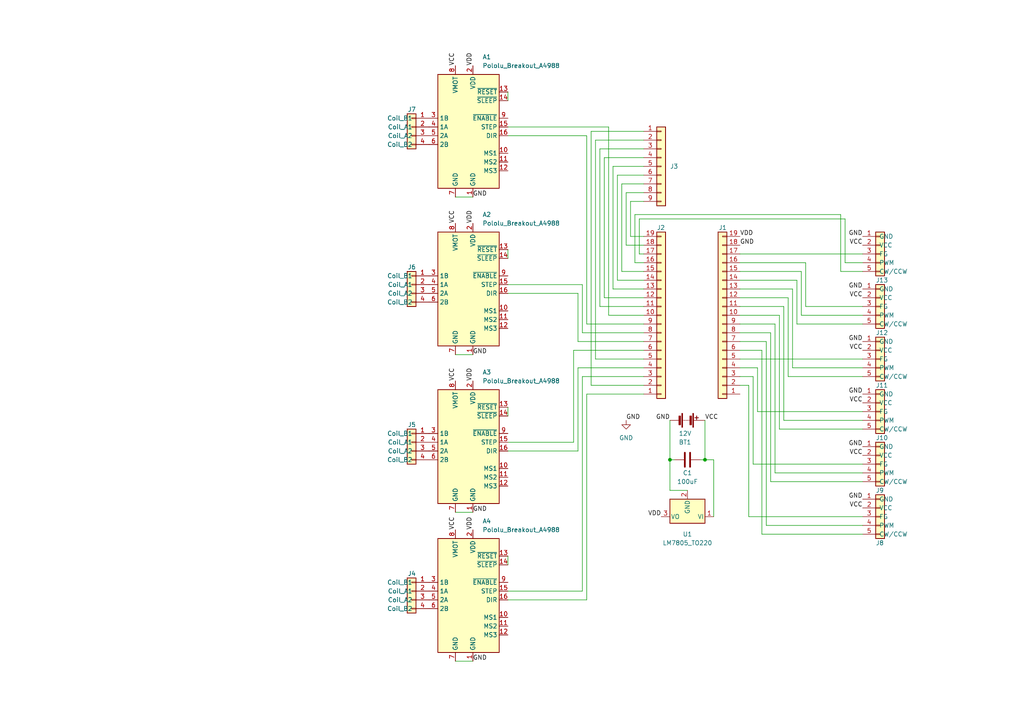
<source format=kicad_sch>
(kicad_sch (version 20211123) (generator eeschema)
  (paper "A4")
  (title_block (title "Autonomous Rover Controller Layout") (date "2022-10-25") (rev "1") (company "Trinity University") (comment 1 "Autonomous Rover Team"))
  (lib_symbols
    (symbol "Conn_01x04_2" (pin_names (offset 1.016))
      (property "Reference" "J4" (at 1.27 7.62 0))
      (symbol "Conn_01x04_2_1_1"
        (rectangle (start -1.27 -4.953) (end 0 -5.207) (stroke (width 0.1524)))
        (rectangle (start -1.27 -2.413) (end 0 -2.667) (stroke (width 0.1524)))
        (rectangle (start -1.27 0.127) (end 0 -0.127) (stroke (width 0.1524)))
        (rectangle (start -1.27 2.667) (end 0 2.413) (stroke (width 0.1524)))
        (rectangle (start -1.27 3.81) (end 1.27 -6.35) (stroke (width 0.254)) (fill (type background)))
        (pin passive line (at -5.08 2.54 0) (length 3.81) (name "Coil_B1") (number "1"))
        (pin passive line (at -5.08 0 0) (length 3.81) (name "Coil_A1") (number "2"))
        (pin passive line (at -5.08 -2.54 0) (length 3.81) (name "Coil_A2") (number "3"))
        (pin passive line (at -5.08 -5.08 0) (length 3.81) (name "Coil_B2") (number "4"))
      )
    )
    (symbol "Conn_01x05_1" (pin_names (offset 1.016))
      (property "Reference" "J7" (at -1.27 7.62 0))
      (symbol "Conn_01x05_1_1_1"
        (rectangle (start -1.27 -4.953) (end 0 -5.207) (stroke (width 0.1524)))
        (rectangle (start -1.27 -2.413) (end 0 -2.667) (stroke (width 0.1524)))
        (rectangle (start -1.27 0.127) (end 0 -0.127) (stroke (width 0.1524)))
        (rectangle (start -1.27 2.667) (end 0 2.413) (stroke (width 0.1524)))
        (rectangle (start -1.27 5.207) (end 0 4.953) (stroke (width 0.1524)))
        (rectangle (start -1.27 6.35) (end 1.27 -6.35) (stroke (width 0.254)) (fill (type background)))
        (pin passive line (at -5.08 5.08 0) (length 3.81) (name "GND") (number "1"))
        (pin passive line (at -5.08 2.54 0) (length 3.81) (name "VCC") (number "2"))
        (pin passive line (at -5.08 0 0) (length 3.81) (name "FG") (number "3"))
        (pin passive line (at -5.08 -2.54 0) (length 3.81) (name "PWM") (number "4"))
        (pin passive line (at -5.08 -5.08 0) (length 3.81) (name "CW/CCW") (number "5"))
      )
    )
    (symbol "Connector_Generic:Conn_01x09" (pin_names (offset 1.016) hide)
      (property "Reference" "J" (at 0 12.7 0))
      (property "Value" "Conn_01x09" (at 0 -12.7 0))
      (symbol "Conn_01x09_1_1"
        (rectangle (start -1.27 -10.033) (end 0 -10.287) (stroke (width 0.1524)))
        (rectangle (start -1.27 -7.493) (end 0 -7.747) (stroke (width 0.1524)))
        (rectangle (start -1.27 -4.953) (end 0 -5.207) (stroke (width 0.1524)))
        (rectangle (start -1.27 -2.413) (end 0 -2.667) (stroke (width 0.1524)))
        (rectangle (start -1.27 0.127) (end 0 -0.127) (stroke (width 0.1524)))
        (rectangle (start -1.27 2.667) (end 0 2.413) (stroke (width 0.1524)))
        (rectangle (start -1.27 5.207) (end 0 4.953) (stroke (width 0.1524)))
        (rectangle (start -1.27 7.747) (end 0 7.493) (stroke (width 0.1524)))
        (rectangle (start -1.27 10.287) (end 0 10.033) (stroke (width 0.1524)))
        (rectangle (start -1.27 11.43) (end 1.27 -11.43) (stroke (width 0.254)) (fill (type background)))
        (pin passive line (at -5.08 10.16 0) (length 3.81) (name "Pin_1") (number "1"))
        (pin passive line (at -5.08 7.62 0) (length 3.81) (name "Pin_2") (number "2"))
        (pin passive line (at -5.08 5.08 0) (length 3.81) (name "Pin_3") (number "3"))
        (pin passive line (at -5.08 2.54 0) (length 3.81) (name "Pin_4") (number "4"))
        (pin passive line (at -5.08 0 0) (length 3.81) (name "Pin_5") (number "5"))
        (pin passive line (at -5.08 -2.54 0) (length 3.81) (name "Pin_6") (number "6"))
        (pin passive line (at -5.08 -5.08 0) (length 3.81) (name "Pin_7") (number "7"))
        (pin passive line (at -5.08 -7.62 0) (length 3.81) (name "Pin_8") (number "8"))
        (pin passive line (at -5.08 -10.16 0) (length 3.81) (name "Pin_9") (number "9"))
      )
    )
    (symbol "Connector_Generic:Conn_01x19" (pin_names (offset 1.016) hide)
      (property "Reference" "J" (at 0 25.4 0))
      (property "Value" "Conn_01x19" (at 0 -25.4 0))
      (symbol "Conn_01x19_1_1"
        (rectangle (start -1.27 -22.733) (end 0 -22.987) (stroke (width 0.1524)))
        (rectangle (start -1.27 -20.193) (end 0 -20.447) (stroke (width 0.1524)))
        (rectangle (start -1.27 -17.653) (end 0 -17.907) (stroke (width 0.1524)))
        (rectangle (start -1.27 -15.113) (end 0 -15.367) (stroke (width 0.1524)))
        (rectangle (start -1.27 -12.573) (end 0 -12.827) (stroke (width 0.1524)))
        (rectangle (start -1.27 -10.033) (end 0 -10.287) (stroke (width 0.1524)))
        (rectangle (start -1.27 -7.493) (end 0 -7.747) (stroke (width 0.1524)))
        (rectangle (start -1.27 -4.953) (end 0 -5.207) (stroke (width 0.1524)))
        (rectangle (start -1.27 -2.413) (end 0 -2.667) (stroke (width 0.1524)))
        (rectangle (start -1.27 0.127) (end 0 -0.127) (stroke (width 0.1524)))
        (rectangle (start -1.27 2.667) (end 0 2.413) (stroke (width 0.1524)))
        (rectangle (start -1.27 5.207) (end 0 4.953) (stroke (width 0.1524)))
        (rectangle (start -1.27 7.747) (end 0 7.493) (stroke (width 0.1524)))
        (rectangle (start -1.27 10.287) (end 0 10.033) (stroke (width 0.1524)))
        (rectangle (start -1.27 12.827) (end 0 12.573) (stroke (width 0.1524)))
        (rectangle (start -1.27 15.367) (end 0 15.113) (stroke (width 0.1524)))
        (rectangle (start -1.27 17.907) (end 0 17.653) (stroke (width 0.1524)))
        (rectangle (start -1.27 20.447) (end 0 20.193) (stroke (width 0.1524)))
        (rectangle (start -1.27 22.987) (end 0 22.733) (stroke (width 0.1524)))
        (rectangle (start -1.27 24.13) (end 1.27 -24.13) (stroke (width 0.254)) (fill (type background)))
        (pin passive line (at -5.08 22.86 0) (length 3.81) (name "Pin_1") (number "1"))
        (pin passive line (at -5.08 0 0) (length 3.81) (name "Pin_10") (number "10"))
        (pin passive line (at -5.08 -2.54 0) (length 3.81) (name "Pin_11") (number "11"))
        (pin passive line (at -5.08 -5.08 0) (length 3.81) (name "Pin_12") (number "12"))
        (pin passive line (at -5.08 -7.62 0) (length 3.81) (name "Pin_13") (number "13"))
        (pin passive line (at -5.08 -10.16 0) (length 3.81) (name "Pin_14") (number "14"))
        (pin passive line (at -5.08 -12.7 0) (length 3.81) (name "Pin_15") (number "15"))
        (pin passive line (at -5.08 -15.24 0) (length 3.81) (name "Pin_16") (number "16"))
        (pin passive line (at -5.08 -17.78 0) (length 3.81) (name "Pin_17") (number "17"))
        (pin passive line (at -5.08 -20.32 0) (length 3.81) (name "Pin_18") (number "18"))
        (pin passive line (at -5.08 -22.86 0) (length 3.81) (name "Pin_19") (number "19"))
        (pin passive line (at -5.08 20.32 0) (length 3.81) (name "Pin_2") (number "2"))
        (pin passive line (at -5.08 17.78 0) (length 3.81) (name "Pin_3") (number "3"))
        (pin passive line (at -5.08 15.24 0) (length 3.81) (name "Pin_4") (number "4"))
        (pin passive line (at -5.08 12.7 0) (length 3.81) (name "Pin_5") (number "5"))
        (pin passive line (at -5.08 10.16 0) (length 3.81) (name "Pin_6") (number "6"))
        (pin passive line (at -5.08 7.62 0) (length 3.81) (name "Pin_7") (number "7"))
        (pin passive line (at -5.08 5.08 0) (length 3.81) (name "Pin_8") (number "8"))
        (pin passive line (at -5.08 2.54 0) (length 3.81) (name "Pin_9") (number "9"))
      )
    )
    (symbol "Device:Battery" (pin_numbers hide) (pin_names (offset 0) hide)
      (property "Reference" "BT" (at 2.54 2.54 0))
      (property "Value" "Battery" (at 2.54 0 0))
      (symbol "Battery_0_1"
        (rectangle (start -2.032 -1.397) (end 2.032 -1.651) (fill (type outline)))
        (rectangle (start -2.032 1.778) (end 2.032 1.524) (fill (type outline)))
        (rectangle (start -1.3208 -1.9812) (end 1.27 -2.4892) (fill (type outline)))
        (rectangle (start -1.3208 1.1938) (end 1.27 0.6858) (fill (type outline)))
        (polyline (pts (xy 0 -1.524) (xy 0 -1.27)))
        (polyline (pts (xy 0 -1.016) (xy 0 -0.762)))
        (polyline (pts (xy 0 -0.508) (xy 0 -0.254)))
        (polyline (pts (xy 0 0) (xy 0 0.254)))
        (polyline (pts (xy 0 0.508) (xy 0 0.762)))
        (polyline (pts (xy 0 1.778) (xy 0 2.54)))
        (polyline (pts (xy 0.254 2.667) (xy 1.27 2.667)) (stroke (width 0.254)))
        (polyline (pts (xy 0.762 3.175) (xy 0.762 2.159)) (stroke (width 0.254)))
      )
      (symbol "Battery_1_1"
        (pin passive line (at 0 5.08 270) (length 2.54) (name "+") (number "1"))
        (pin passive line (at 0 -5.08 90) (length 2.54) (name "-") (number "2"))
      )
    )
    (symbol "Device:C" (pin_numbers hide) (pin_names (offset 0.254))
      (property "Reference" "C" (at 0.635 2.54 0))
      (property "Value" "C" (at 0.635 -2.54 0))
      (symbol "C_0_1"
        (polyline (pts (xy -2.032 -0.762) (xy 2.032 -0.762)) (stroke (width 0.508)))
        (polyline (pts (xy -2.032 0.762) (xy 2.032 0.762)) (stroke (width 0.508)))
      )
      (symbol "C_1_1"
        (pin passive line (at 0 3.81 270) (length 2.794) (name "~") (number "1"))
        (pin passive line (at 0 -3.81 90) (length 2.794) (name "~") (number "2"))
      )
    )
    (symbol "Driver_Motor:Pololu_Breakout_A4988"
      (property "Reference" "A" (at -2.54 19.05 0))
      (property "Value" "Pololu_Breakout_A4988" (at -2.54 16.51 0))
      (symbol "Pololu_Breakout_A4988_0_1"
        (rectangle (start 10.16 -17.78) (end -7.62 15.24) (stroke (width 0.254)) (fill (type background)))
      )
      (symbol "Pololu_Breakout_A4988_1_1"
        (pin power_in line (at 0 -20.32 90) (length 2.54) (name "GND") (number "1"))
        (pin input line (at -10.16 -7.62 0) (length 2.54) (name "MS1") (number "10"))
        (pin input line (at -10.16 -10.16 0) (length 2.54) (name "MS2") (number "11"))
        (pin input line (at -10.16 -12.7 0) (length 2.54) (name "MS3") (number "12"))
        (pin input line (at -10.16 10.16 0) (length 2.54) (name "~{RESET}") (number "13"))
        (pin input line (at -10.16 7.62 0) (length 2.54) (name "~{SLEEP}") (number "14"))
        (pin input line (at -10.16 0 0) (length 2.54) (name "STEP") (number "15"))
        (pin input line (at -10.16 -2.54 0) (length 2.54) (name "DIR") (number "16"))
        (pin power_in line (at 0 17.78 270) (length 2.54) (name "VDD") (number "2"))
        (pin output line (at 12.7 2.54 180) (length 2.54) (name "1B") (number "3"))
        (pin output line (at 12.7 0 180) (length 2.54) (name "1A") (number "4"))
        (pin output line (at 12.7 -2.54 180) (length 2.54) (name "2A") (number "5"))
        (pin output line (at 12.7 -5.08 180) (length 2.54) (name "2B") (number "6"))
        (pin power_in line (at 5.08 -20.32 90) (length 2.54) (name "GND") (number "7"))
        (pin power_in line (at 5.08 17.78 270) (length 2.54) (name "VMOT") (number "8"))
        (pin input line (at -10.16 2.54 0) (length 2.54) (name "~{ENABLE}") (number "9"))
      )
    )
    (symbol "Regulator_Linear:LM7805_TO220" (pin_names (offset 0.254))
      (property "Reference" "U" (at -3.81 3.175 0))
      (property "Value" "LM7805_TO220" (at 0 3.175 0))
      (symbol "LM7805_TO220_0_1"
        (rectangle (start -5.08 1.905) (end 5.08 -5.08) (stroke (width 0.254)) (fill (type background)))
      )
      (symbol "LM7805_TO220_1_1"
        (pin power_in line (at -7.62 0 0) (length 2.54) (name "VI") (number "1"))
        (pin power_in line (at 0 -7.62 90) (length 2.54) (name "GND") (number "2"))
        (pin power_out line (at 7.62 0 180) (length 2.54) (name "VO") (number "3"))
      )
    )
    (symbol "power:GND" (power) (pin_names (offset 0))
      (property "Value" "GND" (at 0 -3.81 0))
      (symbol "GND_0_1"
        (polyline (pts (xy 0 0) (xy 0 -1.27) (xy 1.27 -1.27) (xy 0 -2.54) (xy -1.27 -1.27) (xy 0 -1.27)))
      )
      (symbol "GND_1_1"
        (pin power_in line (at 0 0 270) (length 0) hide (name "GND") (number "1"))
      )
    )
  )
  (junction (at 204.47 133.35))
  (junction (at 194.31 133.35))
  (wire (pts (xy 147.32 74.93) (xy 147.32 72.39)))
  (wire (pts (xy 250.19 139.7) (xy 223.52 139.7)))
  (wire (pts (xy 173.99 88.9) (xy 173.99 43.18)))
  (wire (pts (xy 186.69 71.12) (xy 181.61 71.12)))
  (wire (pts (xy 168.91 171.45) (xy 168.91 109.22)))
  (wire (pts (xy 186.69 88.9) (xy 173.99 88.9)))
  (wire (pts (xy 186.69 76.2) (xy 184.15 76.2)))
  (wire (pts (xy 203.2 133.35) (xy 204.47 133.35)))
  (wire (pts (xy 250.19 106.68) (xy 229.87 106.68)))
  (wire (pts (xy 214.63 111.76) (xy 217.17 111.76)))
  (wire (pts (xy 168.91 96.52) (xy 186.69 96.52)))
  (wire (pts (xy 175.26 45.72) (xy 186.69 45.72)))
  (wire (pts (xy 194.31 133.35) (xy 194.31 121.92)))
  (wire (pts (xy 229.87 106.68) (xy 229.87 83.82)))
  (wire (pts (xy 214.63 106.68) (xy 219.71 106.68)))
  (wire (pts (xy 250.19 152.4) (xy 222.25 152.4)))
  (wire (pts (xy 180.34 53.34) (xy 186.69 53.34)))
  (wire (pts (xy 186.69 114.3) (xy 170.18 114.3)))
  (wire (pts (xy 172.72 40.64) (xy 186.69 40.64)))
  (wire (pts (xy 250.19 88.9) (xy 233.68 88.9)))
  (wire (pts (xy 170.18 173.99) (xy 147.32 173.99)))
  (wire (pts (xy 195.58 133.35) (xy 194.31 133.35)))
  (wire (pts (xy 186.69 81.28) (xy 179.07 81.28)))
  (wire (pts (xy 250.19 109.22) (xy 228.6 109.22)))
  (wire (pts (xy 214.63 88.9) (xy 227.33 88.9)))
  (wire (pts (xy 167.64 130.81) (xy 167.64 106.68)))
  (wire (pts (xy 132.08 148.59) (xy 137.16 148.59)))
  (wire (pts (xy 214.63 91.44) (xy 226.06 91.44)))
  (wire (pts (xy 172.72 104.14) (xy 172.72 40.64)))
  (wire (pts (xy 250.19 124.46) (xy 226.06 124.46)))
  (wire (pts (xy 243.84 78.74) (xy 250.19 78.74)))
  (wire (pts (xy 233.68 88.9) (xy 233.68 76.2)))
  (wire (pts (xy 217.17 149.86) (xy 217.17 111.76)))
  (wire (pts (xy 147.32 120.65) (xy 147.32 118.11)))
  (wire (pts (xy 166.37 128.27) (xy 166.37 101.6)))
  (wire (pts (xy 218.44 134.62) (xy 218.44 109.22)))
  (wire (pts (xy 186.69 91.44) (xy 176.53 91.44)))
  (wire (pts (xy 176.53 91.44) (xy 176.53 36.83)))
  (wire (pts (xy 132.08 57.15) (xy 137.16 57.15)))
  (wire (pts (xy 250.19 119.38) (xy 219.71 119.38)))
  (wire (pts (xy 214.63 96.52) (xy 223.52 96.52)))
  (wire (pts (xy 184.15 62.23) (xy 243.84 62.23)))
  (wire (pts (xy 245.11 76.2) (xy 250.19 76.2)))
  (wire (pts (xy 250.19 154.94) (xy 220.98 154.94)))
  (wire (pts (xy 214.63 93.98) (xy 224.79 93.98)))
  (wire (pts (xy 171.45 111.76) (xy 171.45 38.1)))
  (wire (pts (xy 232.41 91.44) (xy 232.41 78.74)))
  (wire (pts (xy 186.69 73.66) (xy 185.42 73.66)))
  (wire (pts (xy 186.69 86.36) (xy 175.26 86.36)))
  (wire (pts (xy 171.45 38.1) (xy 186.69 38.1)))
  (wire (pts (xy 170.18 39.37) (xy 170.18 93.98)))
  (wire (pts (xy 226.06 124.46) (xy 226.06 91.44)))
  (wire (pts (xy 228.6 109.22) (xy 228.6 86.36)))
  (wire (pts (xy 173.99 43.18) (xy 186.69 43.18)))
  (wire (pts (xy 181.61 71.12) (xy 181.61 55.88)))
  (wire (pts (xy 224.79 137.16) (xy 224.79 93.98)))
  (wire (pts (xy 185.42 73.66) (xy 185.42 63.5)))
  (wire (pts (xy 250.19 149.86) (xy 217.17 149.86)))
  (wire (pts (xy 175.26 86.36) (xy 175.26 45.72)))
  (wire (pts (xy 214.63 101.6) (xy 220.98 101.6)))
  (wire (pts (xy 182.88 58.42) (xy 186.69 58.42)))
  (wire (pts (xy 250.19 93.98) (xy 231.14 93.98)))
  (wire (pts (xy 147.32 171.45) (xy 168.91 171.45)))
  (wire (pts (xy 147.32 26.67) (xy 147.32 29.21)))
  (wire (pts (xy 227.33 121.92) (xy 227.33 88.9)))
  (wire (pts (xy 219.71 119.38) (xy 219.71 106.68)))
  (wire (pts (xy 132.08 102.87) (xy 137.16 102.87)))
  (wire (pts (xy 179.07 81.28) (xy 179.07 50.8)))
  (wire (pts (xy 184.15 76.2) (xy 184.15 62.23)))
  (wire (pts (xy 170.18 93.98) (xy 186.69 93.98)))
  (wire (pts (xy 186.69 78.74) (xy 180.34 78.74)))
  (wire (pts (xy 177.8 48.26) (xy 186.69 48.26)))
  (wire (pts (xy 245.11 63.5) (xy 245.11 76.2)))
  (wire (pts (xy 147.32 39.37) (xy 170.18 39.37)))
  (wire (pts (xy 214.63 86.36) (xy 228.6 86.36)))
  (wire (pts (xy 207.01 133.35) (xy 204.47 133.35)))
  (wire (pts (xy 179.07 50.8) (xy 186.69 50.8)))
  (wire (pts (xy 186.69 68.58) (xy 182.88 68.58)))
  (wire (pts (xy 147.32 130.81) (xy 167.64 130.81)))
  (wire (pts (xy 182.88 68.58) (xy 182.88 58.42)))
  (wire (pts (xy 185.42 63.5) (xy 245.11 63.5)))
  (wire (pts (xy 214.63 109.22) (xy 218.44 109.22)))
  (wire (pts (xy 223.52 139.7) (xy 223.52 96.52)))
  (wire (pts (xy 147.32 128.27) (xy 166.37 128.27)))
  (wire (pts (xy 132.08 191.77) (xy 137.16 191.77)))
  (wire (pts (xy 194.31 142.24) (xy 194.31 133.35)))
  (wire (pts (xy 220.98 154.94) (xy 220.98 101.6)))
  (wire (pts (xy 177.8 83.82) (xy 177.8 48.26)))
  (wire (pts (xy 167.64 106.68) (xy 186.69 106.68)))
  (wire (pts (xy 167.64 85.09) (xy 167.64 99.06)))
  (wire (pts (xy 147.32 85.09) (xy 167.64 85.09)))
  (wire (pts (xy 186.69 104.14) (xy 172.72 104.14)))
  (wire (pts (xy 214.63 99.06) (xy 222.25 99.06)))
  (wire (pts (xy 199.39 142.24) (xy 194.31 142.24)))
  (wire (pts (xy 168.91 82.55) (xy 168.91 96.52)))
  (wire (pts (xy 180.34 78.74) (xy 180.34 53.34)))
  (wire (pts (xy 243.84 62.23) (xy 243.84 78.74)))
  (wire (pts (xy 167.64 99.06) (xy 186.69 99.06)))
  (wire (pts (xy 186.69 111.76) (xy 171.45 111.76)))
  (wire (pts (xy 207.01 149.86) (xy 207.01 133.35)))
  (wire (pts (xy 176.53 36.83) (xy 147.32 36.83)))
  (wire (pts (xy 214.63 104.14) (xy 250.19 104.14)))
  (wire (pts (xy 231.14 93.98) (xy 231.14 81.28)))
  (wire (pts (xy 147.32 163.83) (xy 147.32 161.29)))
  (wire (pts (xy 222.25 152.4) (xy 222.25 99.06)))
  (wire (pts (xy 186.69 83.82) (xy 177.8 83.82)))
  (wire (pts (xy 168.91 109.22) (xy 186.69 109.22)))
  (wire (pts (xy 214.63 73.66) (xy 250.19 73.66)))
  (wire (pts (xy 250.19 121.92) (xy 227.33 121.92)))
  (wire (pts (xy 166.37 101.6) (xy 186.69 101.6)))
  (wire (pts (xy 214.63 83.82) (xy 229.87 83.82)))
  (wire (pts (xy 250.19 137.16) (xy 224.79 137.16)))
  (wire (pts (xy 214.63 81.28) (xy 231.14 81.28)))
  (wire (pts (xy 214.63 76.2) (xy 233.68 76.2)))
  (wire (pts (xy 147.32 82.55) (xy 168.91 82.55)))
  (wire (pts (xy 214.63 78.74) (xy 232.41 78.74)))
  (wire (pts (xy 204.47 133.35) (xy 204.47 121.92)))
  (wire (pts (xy 250.19 91.44) (xy 232.41 91.44)))
  (wire (pts (xy 181.61 55.88) (xy 186.69 55.88)))
  (wire (pts (xy 250.19 134.62) (xy 218.44 134.62)))
  (wire (pts (xy 170.18 114.3) (xy 170.18 173.99)))
  (label "GND" (at 250.19 83.82 180))
  (label "GND" (at 250.19 99.06 180))
  (label "VDD" (at 214.63 68.58 0))
  (label "VDD" (at 137.16 110.49 90))
  (label "GND" (at 137.16 148.59 0))
  (label "VCC" (at 250.19 86.36 180))
  (label "GND" (at 137.16 102.87 0))
  (label "VCC" (at 250.19 116.84 180))
  (label "VCC" (at 204.47 121.92 0))
  (label "VCC" (at 132.08 64.77 90))
  (label "VDD" (at 137.16 153.67 90))
  (label "GND" (at 250.19 114.3 180))
  (label "VCC" (at 250.19 71.12 180))
  (label "VCC" (at 132.08 19.05 90))
  (label "GND" (at 250.19 129.54 180))
  (label "GND" (at 194.31 121.92 180))
  (label "GND" (at 250.19 68.58 180))
  (label "VCC" (at 250.19 147.32 180))
  (label "VCC" (at 132.08 110.49 90))
  (label "VDD" (at 137.16 19.05 90))
  (label "GND" (at 137.16 57.15 0))
  (label "GND" (at 250.19 144.78 180))
  (label "VCC" (at 250.19 101.6 180))
  (label "VDD" (at 191.77 149.86 180))
  (label "GND" (at 181.61 121.92 0))
  (label "GND" (at 137.16 191.77 0))
  (label "VDD" (at 137.16 64.77 90))
  (label "GND" (at 214.63 71.12 0))
  (label "VCC" (at 250.19 132.08 180))
  (label "VCC" (at 132.08 153.67 90))
  (symbol (lib_id "Connector_Generic:Conn_01x19") (at 191.77 91.44 0) (mirror x) (unit 1)
    (property "Reference" "J2" (at 190.5 66.04 0) (effects (justify left)))
    (property "Value" "Conn_01x19" (effects hide))
    (property "Footprint" "Connector_PinHeader_2.54mm:PinHeader_1x19_P2.54mm_Vertical" (effects hide))
  )
  (symbol (lib_id "Connector_Generic:Conn_01x09") (at 191.77 48.26 0) (unit 1)
    (property "Reference" "J3" (at 194.31 48.2599 0) (effects (justify left)))
    (property "Value" "Conn_01x09" (effects hide))
    (property "Footprint" "Connector_PinHeader_2.54mm:PinHeader_1x09_P2.54mm_Vertical" (effects hide))
  )
  (symbol (lib_name "Conn_01x04_2") (lib_id "Connector_Generic:Conn_01x04") (at 119.38 128.27 0) (mirror y) (unit 1)
    (property "Reference" "J5" (at 120.65 123.19 0) (effects (justify left)))
    (property "Value" "Conn_01x04" (effects hide))
    (property "Footprint" "Connector_PinHeader_2.54mm:PinHeader_1x04_P2.54mm_Vertical" (effects hide))
  )
  (symbol (lib_name "Conn_01x05_1") (lib_id "Connector_Generic:Conn_01x05") (at 255.27 104.14 0) (unit 1)
    (property "Reference" "J11" (at 254 111.76 0) (effects (justify left)))
    (property "Value" "Conn_01x05" (effects hide))
    (property "Footprint" "Connector_PinHeader_2.54mm:PinHeader_1x05_P2.54mm_Vertical" (effects hide))
  )
  (symbol (lib_id "Driver_Motor:Pololu_Breakout_A4988") (at 137.16 36.83 0) (mirror y) (unit 1)
    (property "Reference" "A1" (at 139.9287 16.51 0) (effects (justify right)))
    (property "Value" "Pololu_Breakout_A4988" (at 139.9287 19.05 0) (effects (justify right)))
    (property "Footprint" "Module:Pololu_Breakout-16_15.2x20.3mm" (effects hide))
    (property "Datasheet" "https://www.pololu.com/product/2980/pictures" (effects hide))
  )
  (symbol (lib_id "Regulator_Linear:LM7805_TO220") (at 199.39 149.86 180) (unit 1)
    (property "Reference" "U1" (at 199.39 154.94 0))
    (property "Value" "LM7805_TO220" (at 199.39 157.48 0))
    (property "Footprint" "Package_TO_SOT_THT:TO-220-3_Vertical" (effects hide))
    (property "Datasheet" "https://www.onsemi.cn/PowerSolutions/document/MC7800-D.PDF" (effects hide))
  )
  (symbol (lib_id "Driver_Motor:Pololu_Breakout_A4988") (at 137.16 171.45 0) (mirror y) (unit 1)
    (property "Reference" "A4" (at 139.9287 151.13 0) (effects (justify right)))
    (property "Value" "Pololu_Breakout_A4988" (at 139.9287 153.67 0) (effects (justify right)))
    (property "Footprint" "Module:Pololu_Breakout-16_15.2x20.3mm" (effects hide))
    (property "Datasheet" "https://www.pololu.com/product/2980/pictures" (effects hide))
  )
  (symbol (lib_name "Conn_01x05_1") (lib_id "Connector_Generic:Conn_01x05") (at 255.27 119.38 0) (unit 1)
    (property "Reference" "J10" (at 254 127 0) (effects (justify left)))
    (property "Value" "Conn_01x05" (effects hide))
    (property "Footprint" "Connector_PinHeader_2.54mm:PinHeader_1x05_P2.54mm_Vertical" (effects hide))
  )
  (symbol (lib_name "Conn_01x05_1") (lib_id "Connector_Generic:Conn_01x05") (at 255.27 88.9 0) (unit 1)
    (property "Reference" "J12" (at 254 96.52 0) (effects (justify left)))
    (property "Value" "Conn_01x05" (effects hide))
    (property "Footprint" "Connector_PinHeader_2.54mm:PinHeader_1x05_P2.54mm_Vertical" (effects hide))
  )
  (symbol (lib_id "Connector_Generic:Conn_01x19") (at 209.55 91.44 180) (unit 1)
    (property "Reference" "J1" (at 210.82 66.04 0) (effects (justify left)))
    (property "Value" "Conn_01x19" (effects hide))
    (property "Footprint" "Connector_PinHeader_2.54mm:PinHeader_1x19_P2.54mm_Vertical" (effects hide))
  )
  (symbol (lib_name "Conn_01x04_2") (lib_id "Connector_Generic:Conn_01x04") (at 119.38 171.45 0) (mirror y) (unit 1)
    (property "Reference" "J4" (at 120.65 166.37 0) (effects (justify left)))
    (property "Value" "Conn_01x04" (effects hide))
    (property "Footprint" "Connector_PinHeader_2.54mm:PinHeader_1x04_P2.54mm_Vertical" (effects hide))
  )
  (symbol (lib_name "Conn_01x05_1") (lib_id "Connector_Generic:Conn_01x05") (at 255.27 73.66 0) (unit 1)
    (property "Reference" "J13" (at 254 81.28 0) (effects (justify left)))
    (property "Value" "Conn_01x05" (effects hide))
    (property "Footprint" "Connector_PinHeader_2.54mm:PinHeader_1x05_P2.54mm_Vertical" (effects hide))
  )
  (symbol (lib_name "Conn_01x04_2") (lib_id "Connector_Generic:Conn_01x04") (at 119.38 36.83 0) (mirror y) (unit 1)
    (property "Reference" "J7" (at 120.65 31.75 0) (effects (justify left)))
    (property "Value" "Conn_01x04" (effects hide))
    (property "Footprint" "Connector_PinHeader_2.54mm:PinHeader_1x04_P2.54mm_Vertical" (effects hide))
  )
  (symbol (lib_id "Device:Battery") (at 199.39 121.92 270) (mirror x) (unit 1)
    (property "Reference" "BT1" (at 196.85 128.27 90) (effects (justify left)))
    (property "Value" "12V" (at 196.85 125.73 90) (effects (justify left)))
    (property "Footprint" "Connector_BarrelJack:BarrelJack_CLIFF_FC681465S_SMT_Horizontal" (effects hide))
  )
  (symbol (lib_id "Driver_Motor:Pololu_Breakout_A4988") (at 137.16 128.27 0) (mirror y) (unit 1)
    (property "Reference" "A3" (at 139.9287 107.95 0) (effects (justify right)))
    (property "Value" "Pololu_Breakout_A4988" (at 139.9287 110.49 0) (effects (justify right)))
    (property "Footprint" "Module:Pololu_Breakout-16_15.2x20.3mm" (effects hide))
    (property "Datasheet" "https://www.pololu.com/product/2980/pictures" (effects hide))
  )
  (symbol (lib_name "Conn_01x05_1") (lib_id "Connector_Generic:Conn_01x05") (at 255.27 149.86 0) (unit 1)
    (property "Reference" "J8" (at 254 157.48 0) (effects (justify left)))
    (property "Value" "Conn_01x05" (effects hide))
    (property "Footprint" "Connector_PinHeader_2.54mm:PinHeader_1x05_P2.54mm_Vertical" (effects hide))
  )
  (symbol (lib_id "power:GND") (at 181.61 121.92 0) (unit 1)
    (property "Reference" "#PWR0101" (effects hide))
    (property "Value" "GND" (at 181.61 127 0))
  )
  (symbol (lib_id "Driver_Motor:Pololu_Breakout_A4988") (at 137.16 82.55 0) (mirror y) (unit 1)
    (property "Reference" "A2" (at 139.9287 62.23 0) (effects (justify right)))
    (property "Value" "Pololu_Breakout_A4988" (at 139.9287 64.77 0) (effects (justify right)))
    (property "Footprint" "Module:Pololu_Breakout-16_15.2x20.3mm" (effects hide))
    (property "Datasheet" "https://www.pololu.com/product/2980/pictures" (effects hide))
  )
  (symbol (lib_name "Conn_01x05_1") (lib_id "Connector_Generic:Conn_01x05") (at 255.27 134.62 0) (unit 1)
    (property "Reference" "J9" (at 254 142.24 0) (effects (justify left)))
    (property "Value" "Conn_01x05" (effects hide))
    (property "Footprint" "Connector_PinHeader_2.54mm:PinHeader_1x05_P2.54mm_Vertical" (effects hide))
  )
  (symbol (lib_id "Device:C") (at 199.39 133.35 90) (mirror x) (unit 1)
    (property "Reference" "C1" (at 199.39 137.16 90))
    (property "Value" "100uF" (at 199.39 139.7 90))
    (property "Footprint" "Capacitor_THT:CP_Axial_L10.0mm_D4.5mm_P15.00mm_Horizontal" (effects hide))
  )
  (symbol (lib_name "Conn_01x04_2") (lib_id "Connector_Generic:Conn_01x04") (at 119.38 82.55 0) (mirror y) (unit 1)
    (property "Reference" "J6" (at 120.65 77.47 0) (effects (justify left)))
    (property "Value" "Conn_01x04" (effects hide))
    (property "Footprint" "Connector_PinHeader_2.54mm:PinHeader_1x04_P2.54mm_Vertical" (effects hide))
  )
)
</source>
